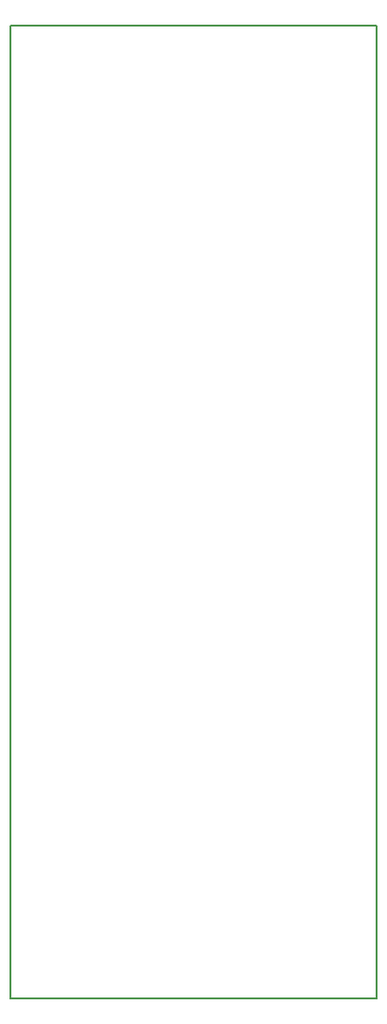
<source format=gko>
G04*
G04 #@! TF.GenerationSoftware,Altium Limited,Altium Designer,20.0.13 (296)*
G04*
G04 Layer_Color=16711935*
%FSLAX44Y44*%
%MOMM*%
G71*
G01*
G75*
%ADD11C,0.2000*%
D11*
X0Y0D02*
X328000D01*
Y869000D01*
X0D02*
X328000D01*
X0Y0D02*
Y869000D01*
M02*

</source>
